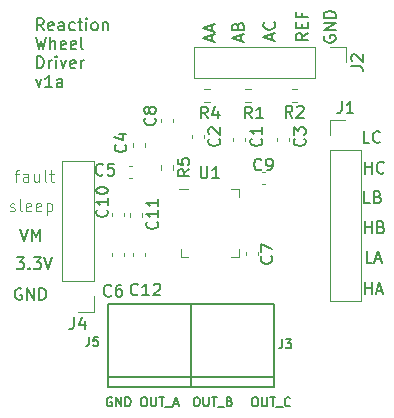
<source format=gbr>
%TF.GenerationSoftware,KiCad,Pcbnew,8.0.6-8.0.6-0~ubuntu24.04.1*%
%TF.CreationDate,2025-01-16T22:58:56-08:00*%
%TF.ProjectId,reaction_wheel,72656163-7469-46f6-9e5f-776865656c2e,v1a*%
%TF.SameCoordinates,Original*%
%TF.FileFunction,Legend,Top*%
%TF.FilePolarity,Positive*%
%FSLAX46Y46*%
G04 Gerber Fmt 4.6, Leading zero omitted, Abs format (unit mm)*
G04 Created by KiCad (PCBNEW 8.0.6-8.0.6-0~ubuntu24.04.1) date 2025-01-16 22:58:56*
%MOMM*%
%LPD*%
G01*
G04 APERTURE LIST*
%ADD10C,0.100000*%
%ADD11C,0.127000*%
%ADD12C,0.150000*%
%ADD13C,0.120000*%
%ADD14C,0.203200*%
G04 APERTURE END LIST*
D10*
X121161027Y-74205752D02*
X121541979Y-74205752D01*
X121303884Y-74872419D02*
X121303884Y-74015276D01*
X121303884Y-74015276D02*
X121351503Y-73920038D01*
X121351503Y-73920038D02*
X121446741Y-73872419D01*
X121446741Y-73872419D02*
X121541979Y-73872419D01*
X122303884Y-74872419D02*
X122303884Y-74348609D01*
X122303884Y-74348609D02*
X122256265Y-74253371D01*
X122256265Y-74253371D02*
X122161027Y-74205752D01*
X122161027Y-74205752D02*
X121970551Y-74205752D01*
X121970551Y-74205752D02*
X121875313Y-74253371D01*
X122303884Y-74824800D02*
X122208646Y-74872419D01*
X122208646Y-74872419D02*
X121970551Y-74872419D01*
X121970551Y-74872419D02*
X121875313Y-74824800D01*
X121875313Y-74824800D02*
X121827694Y-74729561D01*
X121827694Y-74729561D02*
X121827694Y-74634323D01*
X121827694Y-74634323D02*
X121875313Y-74539085D01*
X121875313Y-74539085D02*
X121970551Y-74491466D01*
X121970551Y-74491466D02*
X122208646Y-74491466D01*
X122208646Y-74491466D02*
X122303884Y-74443847D01*
X123208646Y-74205752D02*
X123208646Y-74872419D01*
X122780075Y-74205752D02*
X122780075Y-74729561D01*
X122780075Y-74729561D02*
X122827694Y-74824800D01*
X122827694Y-74824800D02*
X122922932Y-74872419D01*
X122922932Y-74872419D02*
X123065789Y-74872419D01*
X123065789Y-74872419D02*
X123161027Y-74824800D01*
X123161027Y-74824800D02*
X123208646Y-74777180D01*
X123827694Y-74872419D02*
X123732456Y-74824800D01*
X123732456Y-74824800D02*
X123684837Y-74729561D01*
X123684837Y-74729561D02*
X123684837Y-73872419D01*
X124065790Y-74205752D02*
X124446742Y-74205752D01*
X124208647Y-73872419D02*
X124208647Y-74729561D01*
X124208647Y-74729561D02*
X124256266Y-74824800D01*
X124256266Y-74824800D02*
X124351504Y-74872419D01*
X124351504Y-74872419D02*
X124446742Y-74872419D01*
X120756265Y-77324800D02*
X120851503Y-77372419D01*
X120851503Y-77372419D02*
X121041979Y-77372419D01*
X121041979Y-77372419D02*
X121137217Y-77324800D01*
X121137217Y-77324800D02*
X121184836Y-77229561D01*
X121184836Y-77229561D02*
X121184836Y-77181942D01*
X121184836Y-77181942D02*
X121137217Y-77086704D01*
X121137217Y-77086704D02*
X121041979Y-77039085D01*
X121041979Y-77039085D02*
X120899122Y-77039085D01*
X120899122Y-77039085D02*
X120803884Y-76991466D01*
X120803884Y-76991466D02*
X120756265Y-76896228D01*
X120756265Y-76896228D02*
X120756265Y-76848609D01*
X120756265Y-76848609D02*
X120803884Y-76753371D01*
X120803884Y-76753371D02*
X120899122Y-76705752D01*
X120899122Y-76705752D02*
X121041979Y-76705752D01*
X121041979Y-76705752D02*
X121137217Y-76753371D01*
X121756265Y-77372419D02*
X121661027Y-77324800D01*
X121661027Y-77324800D02*
X121613408Y-77229561D01*
X121613408Y-77229561D02*
X121613408Y-76372419D01*
X122518170Y-77324800D02*
X122422932Y-77372419D01*
X122422932Y-77372419D02*
X122232456Y-77372419D01*
X122232456Y-77372419D02*
X122137218Y-77324800D01*
X122137218Y-77324800D02*
X122089599Y-77229561D01*
X122089599Y-77229561D02*
X122089599Y-76848609D01*
X122089599Y-76848609D02*
X122137218Y-76753371D01*
X122137218Y-76753371D02*
X122232456Y-76705752D01*
X122232456Y-76705752D02*
X122422932Y-76705752D01*
X122422932Y-76705752D02*
X122518170Y-76753371D01*
X122518170Y-76753371D02*
X122565789Y-76848609D01*
X122565789Y-76848609D02*
X122565789Y-76943847D01*
X122565789Y-76943847D02*
X122089599Y-77039085D01*
X123375313Y-77324800D02*
X123280075Y-77372419D01*
X123280075Y-77372419D02*
X123089599Y-77372419D01*
X123089599Y-77372419D02*
X122994361Y-77324800D01*
X122994361Y-77324800D02*
X122946742Y-77229561D01*
X122946742Y-77229561D02*
X122946742Y-76848609D01*
X122946742Y-76848609D02*
X122994361Y-76753371D01*
X122994361Y-76753371D02*
X123089599Y-76705752D01*
X123089599Y-76705752D02*
X123280075Y-76705752D01*
X123280075Y-76705752D02*
X123375313Y-76753371D01*
X123375313Y-76753371D02*
X123422932Y-76848609D01*
X123422932Y-76848609D02*
X123422932Y-76943847D01*
X123422932Y-76943847D02*
X122946742Y-77039085D01*
X123851504Y-76705752D02*
X123851504Y-77705752D01*
X123851504Y-76753371D02*
X123946742Y-76705752D01*
X123946742Y-76705752D02*
X124137218Y-76705752D01*
X124137218Y-76705752D02*
X124232456Y-76753371D01*
X124232456Y-76753371D02*
X124280075Y-76800990D01*
X124280075Y-76800990D02*
X124327694Y-76896228D01*
X124327694Y-76896228D02*
X124327694Y-77181942D01*
X124327694Y-77181942D02*
X124280075Y-77277180D01*
X124280075Y-77277180D02*
X124232456Y-77324800D01*
X124232456Y-77324800D02*
X124137218Y-77372419D01*
X124137218Y-77372419D02*
X123946742Y-77372419D01*
X123946742Y-77372419D02*
X123851504Y-77324800D01*
D11*
X132032162Y-93113141D02*
X132177305Y-93113141D01*
X132177305Y-93113141D02*
X132249876Y-93149427D01*
X132249876Y-93149427D02*
X132322448Y-93221998D01*
X132322448Y-93221998D02*
X132358733Y-93367141D01*
X132358733Y-93367141D02*
X132358733Y-93621141D01*
X132358733Y-93621141D02*
X132322448Y-93766284D01*
X132322448Y-93766284D02*
X132249876Y-93838856D01*
X132249876Y-93838856D02*
X132177305Y-93875141D01*
X132177305Y-93875141D02*
X132032162Y-93875141D01*
X132032162Y-93875141D02*
X131959591Y-93838856D01*
X131959591Y-93838856D02*
X131887019Y-93766284D01*
X131887019Y-93766284D02*
X131850733Y-93621141D01*
X131850733Y-93621141D02*
X131850733Y-93367141D01*
X131850733Y-93367141D02*
X131887019Y-93221998D01*
X131887019Y-93221998D02*
X131959591Y-93149427D01*
X131959591Y-93149427D02*
X132032162Y-93113141D01*
X132685305Y-93113141D02*
X132685305Y-93729998D01*
X132685305Y-93729998D02*
X132721591Y-93802570D01*
X132721591Y-93802570D02*
X132757877Y-93838856D01*
X132757877Y-93838856D02*
X132830448Y-93875141D01*
X132830448Y-93875141D02*
X132975591Y-93875141D01*
X132975591Y-93875141D02*
X133048162Y-93838856D01*
X133048162Y-93838856D02*
X133084448Y-93802570D01*
X133084448Y-93802570D02*
X133120734Y-93729998D01*
X133120734Y-93729998D02*
X133120734Y-93113141D01*
X133374734Y-93113141D02*
X133810163Y-93113141D01*
X133592448Y-93875141D02*
X133592448Y-93113141D01*
X133882734Y-93947713D02*
X134463305Y-93947713D01*
X134608447Y-93657427D02*
X134971305Y-93657427D01*
X134535876Y-93875141D02*
X134789876Y-93113141D01*
X134789876Y-93113141D02*
X135043876Y-93875141D01*
D12*
X123608207Y-62039987D02*
X123274874Y-61563796D01*
X123036779Y-62039987D02*
X123036779Y-61039987D01*
X123036779Y-61039987D02*
X123417731Y-61039987D01*
X123417731Y-61039987D02*
X123512969Y-61087606D01*
X123512969Y-61087606D02*
X123560588Y-61135225D01*
X123560588Y-61135225D02*
X123608207Y-61230463D01*
X123608207Y-61230463D02*
X123608207Y-61373320D01*
X123608207Y-61373320D02*
X123560588Y-61468558D01*
X123560588Y-61468558D02*
X123512969Y-61516177D01*
X123512969Y-61516177D02*
X123417731Y-61563796D01*
X123417731Y-61563796D02*
X123036779Y-61563796D01*
X124417731Y-61992368D02*
X124322493Y-62039987D01*
X124322493Y-62039987D02*
X124132017Y-62039987D01*
X124132017Y-62039987D02*
X124036779Y-61992368D01*
X124036779Y-61992368D02*
X123989160Y-61897129D01*
X123989160Y-61897129D02*
X123989160Y-61516177D01*
X123989160Y-61516177D02*
X124036779Y-61420939D01*
X124036779Y-61420939D02*
X124132017Y-61373320D01*
X124132017Y-61373320D02*
X124322493Y-61373320D01*
X124322493Y-61373320D02*
X124417731Y-61420939D01*
X124417731Y-61420939D02*
X124465350Y-61516177D01*
X124465350Y-61516177D02*
X124465350Y-61611415D01*
X124465350Y-61611415D02*
X123989160Y-61706653D01*
X125322493Y-62039987D02*
X125322493Y-61516177D01*
X125322493Y-61516177D02*
X125274874Y-61420939D01*
X125274874Y-61420939D02*
X125179636Y-61373320D01*
X125179636Y-61373320D02*
X124989160Y-61373320D01*
X124989160Y-61373320D02*
X124893922Y-61420939D01*
X125322493Y-61992368D02*
X125227255Y-62039987D01*
X125227255Y-62039987D02*
X124989160Y-62039987D01*
X124989160Y-62039987D02*
X124893922Y-61992368D01*
X124893922Y-61992368D02*
X124846303Y-61897129D01*
X124846303Y-61897129D02*
X124846303Y-61801891D01*
X124846303Y-61801891D02*
X124893922Y-61706653D01*
X124893922Y-61706653D02*
X124989160Y-61659034D01*
X124989160Y-61659034D02*
X125227255Y-61659034D01*
X125227255Y-61659034D02*
X125322493Y-61611415D01*
X126227255Y-61992368D02*
X126132017Y-62039987D01*
X126132017Y-62039987D02*
X125941541Y-62039987D01*
X125941541Y-62039987D02*
X125846303Y-61992368D01*
X125846303Y-61992368D02*
X125798684Y-61944748D01*
X125798684Y-61944748D02*
X125751065Y-61849510D01*
X125751065Y-61849510D02*
X125751065Y-61563796D01*
X125751065Y-61563796D02*
X125798684Y-61468558D01*
X125798684Y-61468558D02*
X125846303Y-61420939D01*
X125846303Y-61420939D02*
X125941541Y-61373320D01*
X125941541Y-61373320D02*
X126132017Y-61373320D01*
X126132017Y-61373320D02*
X126227255Y-61420939D01*
X126512970Y-61373320D02*
X126893922Y-61373320D01*
X126655827Y-61039987D02*
X126655827Y-61897129D01*
X126655827Y-61897129D02*
X126703446Y-61992368D01*
X126703446Y-61992368D02*
X126798684Y-62039987D01*
X126798684Y-62039987D02*
X126893922Y-62039987D01*
X127227256Y-62039987D02*
X127227256Y-61373320D01*
X127227256Y-61039987D02*
X127179637Y-61087606D01*
X127179637Y-61087606D02*
X127227256Y-61135225D01*
X127227256Y-61135225D02*
X127274875Y-61087606D01*
X127274875Y-61087606D02*
X127227256Y-61039987D01*
X127227256Y-61039987D02*
X127227256Y-61135225D01*
X127846303Y-62039987D02*
X127751065Y-61992368D01*
X127751065Y-61992368D02*
X127703446Y-61944748D01*
X127703446Y-61944748D02*
X127655827Y-61849510D01*
X127655827Y-61849510D02*
X127655827Y-61563796D01*
X127655827Y-61563796D02*
X127703446Y-61468558D01*
X127703446Y-61468558D02*
X127751065Y-61420939D01*
X127751065Y-61420939D02*
X127846303Y-61373320D01*
X127846303Y-61373320D02*
X127989160Y-61373320D01*
X127989160Y-61373320D02*
X128084398Y-61420939D01*
X128084398Y-61420939D02*
X128132017Y-61468558D01*
X128132017Y-61468558D02*
X128179636Y-61563796D01*
X128179636Y-61563796D02*
X128179636Y-61849510D01*
X128179636Y-61849510D02*
X128132017Y-61944748D01*
X128132017Y-61944748D02*
X128084398Y-61992368D01*
X128084398Y-61992368D02*
X127989160Y-62039987D01*
X127989160Y-62039987D02*
X127846303Y-62039987D01*
X128608208Y-61373320D02*
X128608208Y-62039987D01*
X128608208Y-61468558D02*
X128655827Y-61420939D01*
X128655827Y-61420939D02*
X128751065Y-61373320D01*
X128751065Y-61373320D02*
X128893922Y-61373320D01*
X128893922Y-61373320D02*
X128989160Y-61420939D01*
X128989160Y-61420939D02*
X129036779Y-61516177D01*
X129036779Y-61516177D02*
X129036779Y-62039987D01*
X122941541Y-62649931D02*
X123179636Y-63649931D01*
X123179636Y-63649931D02*
X123370112Y-62935645D01*
X123370112Y-62935645D02*
X123560588Y-63649931D01*
X123560588Y-63649931D02*
X123798684Y-62649931D01*
X124179636Y-63649931D02*
X124179636Y-62649931D01*
X124608207Y-63649931D02*
X124608207Y-63126121D01*
X124608207Y-63126121D02*
X124560588Y-63030883D01*
X124560588Y-63030883D02*
X124465350Y-62983264D01*
X124465350Y-62983264D02*
X124322493Y-62983264D01*
X124322493Y-62983264D02*
X124227255Y-63030883D01*
X124227255Y-63030883D02*
X124179636Y-63078502D01*
X125465350Y-63602312D02*
X125370112Y-63649931D01*
X125370112Y-63649931D02*
X125179636Y-63649931D01*
X125179636Y-63649931D02*
X125084398Y-63602312D01*
X125084398Y-63602312D02*
X125036779Y-63507073D01*
X125036779Y-63507073D02*
X125036779Y-63126121D01*
X125036779Y-63126121D02*
X125084398Y-63030883D01*
X125084398Y-63030883D02*
X125179636Y-62983264D01*
X125179636Y-62983264D02*
X125370112Y-62983264D01*
X125370112Y-62983264D02*
X125465350Y-63030883D01*
X125465350Y-63030883D02*
X125512969Y-63126121D01*
X125512969Y-63126121D02*
X125512969Y-63221359D01*
X125512969Y-63221359D02*
X125036779Y-63316597D01*
X126322493Y-63602312D02*
X126227255Y-63649931D01*
X126227255Y-63649931D02*
X126036779Y-63649931D01*
X126036779Y-63649931D02*
X125941541Y-63602312D01*
X125941541Y-63602312D02*
X125893922Y-63507073D01*
X125893922Y-63507073D02*
X125893922Y-63126121D01*
X125893922Y-63126121D02*
X125941541Y-63030883D01*
X125941541Y-63030883D02*
X126036779Y-62983264D01*
X126036779Y-62983264D02*
X126227255Y-62983264D01*
X126227255Y-62983264D02*
X126322493Y-63030883D01*
X126322493Y-63030883D02*
X126370112Y-63126121D01*
X126370112Y-63126121D02*
X126370112Y-63221359D01*
X126370112Y-63221359D02*
X125893922Y-63316597D01*
X126941541Y-63649931D02*
X126846303Y-63602312D01*
X126846303Y-63602312D02*
X126798684Y-63507073D01*
X126798684Y-63507073D02*
X126798684Y-62649931D01*
X123036779Y-65259875D02*
X123036779Y-64259875D01*
X123036779Y-64259875D02*
X123274874Y-64259875D01*
X123274874Y-64259875D02*
X123417731Y-64307494D01*
X123417731Y-64307494D02*
X123512969Y-64402732D01*
X123512969Y-64402732D02*
X123560588Y-64497970D01*
X123560588Y-64497970D02*
X123608207Y-64688446D01*
X123608207Y-64688446D02*
X123608207Y-64831303D01*
X123608207Y-64831303D02*
X123560588Y-65021779D01*
X123560588Y-65021779D02*
X123512969Y-65117017D01*
X123512969Y-65117017D02*
X123417731Y-65212256D01*
X123417731Y-65212256D02*
X123274874Y-65259875D01*
X123274874Y-65259875D02*
X123036779Y-65259875D01*
X124036779Y-65259875D02*
X124036779Y-64593208D01*
X124036779Y-64783684D02*
X124084398Y-64688446D01*
X124084398Y-64688446D02*
X124132017Y-64640827D01*
X124132017Y-64640827D02*
X124227255Y-64593208D01*
X124227255Y-64593208D02*
X124322493Y-64593208D01*
X124655827Y-65259875D02*
X124655827Y-64593208D01*
X124655827Y-64259875D02*
X124608208Y-64307494D01*
X124608208Y-64307494D02*
X124655827Y-64355113D01*
X124655827Y-64355113D02*
X124703446Y-64307494D01*
X124703446Y-64307494D02*
X124655827Y-64259875D01*
X124655827Y-64259875D02*
X124655827Y-64355113D01*
X125036779Y-64593208D02*
X125274874Y-65259875D01*
X125274874Y-65259875D02*
X125512969Y-64593208D01*
X126274874Y-65212256D02*
X126179636Y-65259875D01*
X126179636Y-65259875D02*
X125989160Y-65259875D01*
X125989160Y-65259875D02*
X125893922Y-65212256D01*
X125893922Y-65212256D02*
X125846303Y-65117017D01*
X125846303Y-65117017D02*
X125846303Y-64736065D01*
X125846303Y-64736065D02*
X125893922Y-64640827D01*
X125893922Y-64640827D02*
X125989160Y-64593208D01*
X125989160Y-64593208D02*
X126179636Y-64593208D01*
X126179636Y-64593208D02*
X126274874Y-64640827D01*
X126274874Y-64640827D02*
X126322493Y-64736065D01*
X126322493Y-64736065D02*
X126322493Y-64831303D01*
X126322493Y-64831303D02*
X125846303Y-64926541D01*
X126751065Y-65259875D02*
X126751065Y-64593208D01*
X126751065Y-64783684D02*
X126798684Y-64688446D01*
X126798684Y-64688446D02*
X126846303Y-64640827D01*
X126846303Y-64640827D02*
X126941541Y-64593208D01*
X126941541Y-64593208D02*
X127036779Y-64593208D01*
X122941541Y-66203152D02*
X123179636Y-66869819D01*
X123179636Y-66869819D02*
X123417731Y-66203152D01*
X124322493Y-66869819D02*
X123751065Y-66869819D01*
X124036779Y-66869819D02*
X124036779Y-65869819D01*
X124036779Y-65869819D02*
X123941541Y-66012676D01*
X123941541Y-66012676D02*
X123846303Y-66107914D01*
X123846303Y-66107914D02*
X123751065Y-66155533D01*
X125179636Y-66869819D02*
X125179636Y-66346009D01*
X125179636Y-66346009D02*
X125132017Y-66250771D01*
X125132017Y-66250771D02*
X125036779Y-66203152D01*
X125036779Y-66203152D02*
X124846303Y-66203152D01*
X124846303Y-66203152D02*
X124751065Y-66250771D01*
X125179636Y-66822200D02*
X125084398Y-66869819D01*
X125084398Y-66869819D02*
X124846303Y-66869819D01*
X124846303Y-66869819D02*
X124751065Y-66822200D01*
X124751065Y-66822200D02*
X124703446Y-66726961D01*
X124703446Y-66726961D02*
X124703446Y-66631723D01*
X124703446Y-66631723D02*
X124751065Y-66536485D01*
X124751065Y-66536485D02*
X124846303Y-66488866D01*
X124846303Y-66488866D02*
X125084398Y-66488866D01*
X125084398Y-66488866D02*
X125179636Y-66441247D01*
D11*
X121321210Y-81271015D02*
X121940257Y-81271015D01*
X121940257Y-81271015D02*
X121606924Y-81651967D01*
X121606924Y-81651967D02*
X121749781Y-81651967D01*
X121749781Y-81651967D02*
X121845019Y-81699586D01*
X121845019Y-81699586D02*
X121892638Y-81747205D01*
X121892638Y-81747205D02*
X121940257Y-81842443D01*
X121940257Y-81842443D02*
X121940257Y-82080538D01*
X121940257Y-82080538D02*
X121892638Y-82175776D01*
X121892638Y-82175776D02*
X121845019Y-82223396D01*
X121845019Y-82223396D02*
X121749781Y-82271015D01*
X121749781Y-82271015D02*
X121464067Y-82271015D01*
X121464067Y-82271015D02*
X121368829Y-82223396D01*
X121368829Y-82223396D02*
X121321210Y-82175776D01*
X122368829Y-82175776D02*
X122416448Y-82223396D01*
X122416448Y-82223396D02*
X122368829Y-82271015D01*
X122368829Y-82271015D02*
X122321210Y-82223396D01*
X122321210Y-82223396D02*
X122368829Y-82175776D01*
X122368829Y-82175776D02*
X122368829Y-82271015D01*
X122749781Y-81271015D02*
X123368828Y-81271015D01*
X123368828Y-81271015D02*
X123035495Y-81651967D01*
X123035495Y-81651967D02*
X123178352Y-81651967D01*
X123178352Y-81651967D02*
X123273590Y-81699586D01*
X123273590Y-81699586D02*
X123321209Y-81747205D01*
X123321209Y-81747205D02*
X123368828Y-81842443D01*
X123368828Y-81842443D02*
X123368828Y-82080538D01*
X123368828Y-82080538D02*
X123321209Y-82175776D01*
X123321209Y-82175776D02*
X123273590Y-82223396D01*
X123273590Y-82223396D02*
X123178352Y-82271015D01*
X123178352Y-82271015D02*
X122892638Y-82271015D01*
X122892638Y-82271015D02*
X122797400Y-82223396D01*
X122797400Y-82223396D02*
X122749781Y-82175776D01*
X123654543Y-81271015D02*
X123987876Y-82271015D01*
X123987876Y-82271015D02*
X124321209Y-81271015D01*
D12*
X145967319Y-62283928D02*
X145491128Y-62617261D01*
X145967319Y-62855356D02*
X144967319Y-62855356D01*
X144967319Y-62855356D02*
X144967319Y-62474404D01*
X144967319Y-62474404D02*
X145014938Y-62379166D01*
X145014938Y-62379166D02*
X145062557Y-62331547D01*
X145062557Y-62331547D02*
X145157795Y-62283928D01*
X145157795Y-62283928D02*
X145300652Y-62283928D01*
X145300652Y-62283928D02*
X145395890Y-62331547D01*
X145395890Y-62331547D02*
X145443509Y-62379166D01*
X145443509Y-62379166D02*
X145491128Y-62474404D01*
X145491128Y-62474404D02*
X145491128Y-62855356D01*
X145443509Y-61855356D02*
X145443509Y-61522023D01*
X145967319Y-61379166D02*
X145967319Y-61855356D01*
X145967319Y-61855356D02*
X144967319Y-61855356D01*
X144967319Y-61855356D02*
X144967319Y-61379166D01*
X145443509Y-60617261D02*
X145443509Y-60950594D01*
X145967319Y-60950594D02*
X144967319Y-60950594D01*
X144967319Y-60950594D02*
X144967319Y-60474404D01*
D11*
X129374733Y-93149427D02*
X129302162Y-93113141D01*
X129302162Y-93113141D02*
X129193304Y-93113141D01*
X129193304Y-93113141D02*
X129084447Y-93149427D01*
X129084447Y-93149427D02*
X129011876Y-93221998D01*
X129011876Y-93221998D02*
X128975590Y-93294570D01*
X128975590Y-93294570D02*
X128939304Y-93439713D01*
X128939304Y-93439713D02*
X128939304Y-93548570D01*
X128939304Y-93548570D02*
X128975590Y-93693713D01*
X128975590Y-93693713D02*
X129011876Y-93766284D01*
X129011876Y-93766284D02*
X129084447Y-93838856D01*
X129084447Y-93838856D02*
X129193304Y-93875141D01*
X129193304Y-93875141D02*
X129265876Y-93875141D01*
X129265876Y-93875141D02*
X129374733Y-93838856D01*
X129374733Y-93838856D02*
X129411019Y-93802570D01*
X129411019Y-93802570D02*
X129411019Y-93548570D01*
X129411019Y-93548570D02*
X129265876Y-93548570D01*
X129737590Y-93875141D02*
X129737590Y-93113141D01*
X129737590Y-93113141D02*
X130173019Y-93875141D01*
X130173019Y-93875141D02*
X130173019Y-93113141D01*
X130535876Y-93875141D02*
X130535876Y-93113141D01*
X130535876Y-93113141D02*
X130717305Y-93113141D01*
X130717305Y-93113141D02*
X130826162Y-93149427D01*
X130826162Y-93149427D02*
X130898733Y-93221998D01*
X130898733Y-93221998D02*
X130935019Y-93294570D01*
X130935019Y-93294570D02*
X130971305Y-93439713D01*
X130971305Y-93439713D02*
X130971305Y-93548570D01*
X130971305Y-93548570D02*
X130935019Y-93693713D01*
X130935019Y-93693713D02*
X130898733Y-93766284D01*
X130898733Y-93766284D02*
X130826162Y-93838856D01*
X130826162Y-93838856D02*
X130717305Y-93875141D01*
X130717305Y-93875141D02*
X130535876Y-93875141D01*
X121730733Y-83918634D02*
X121635495Y-83871015D01*
X121635495Y-83871015D02*
X121492638Y-83871015D01*
X121492638Y-83871015D02*
X121349781Y-83918634D01*
X121349781Y-83918634D02*
X121254543Y-84013872D01*
X121254543Y-84013872D02*
X121206924Y-84109110D01*
X121206924Y-84109110D02*
X121159305Y-84299586D01*
X121159305Y-84299586D02*
X121159305Y-84442443D01*
X121159305Y-84442443D02*
X121206924Y-84632919D01*
X121206924Y-84632919D02*
X121254543Y-84728157D01*
X121254543Y-84728157D02*
X121349781Y-84823396D01*
X121349781Y-84823396D02*
X121492638Y-84871015D01*
X121492638Y-84871015D02*
X121587876Y-84871015D01*
X121587876Y-84871015D02*
X121730733Y-84823396D01*
X121730733Y-84823396D02*
X121778352Y-84775776D01*
X121778352Y-84775776D02*
X121778352Y-84442443D01*
X121778352Y-84442443D02*
X121587876Y-84442443D01*
X122206924Y-84871015D02*
X122206924Y-83871015D01*
X122206924Y-83871015D02*
X122778352Y-84871015D01*
X122778352Y-84871015D02*
X122778352Y-83871015D01*
X123254543Y-84871015D02*
X123254543Y-83871015D01*
X123254543Y-83871015D02*
X123492638Y-83871015D01*
X123492638Y-83871015D02*
X123635495Y-83918634D01*
X123635495Y-83918634D02*
X123730733Y-84013872D01*
X123730733Y-84013872D02*
X123778352Y-84109110D01*
X123778352Y-84109110D02*
X123825971Y-84299586D01*
X123825971Y-84299586D02*
X123825971Y-84442443D01*
X123825971Y-84442443D02*
X123778352Y-84632919D01*
X123778352Y-84632919D02*
X123730733Y-84728157D01*
X123730733Y-84728157D02*
X123635495Y-84823396D01*
X123635495Y-84823396D02*
X123492638Y-84871015D01*
X123492638Y-84871015D02*
X123254543Y-84871015D01*
D12*
X150799279Y-79232319D02*
X150799279Y-78232319D01*
X150799279Y-78708509D02*
X151370707Y-78708509D01*
X151370707Y-79232319D02*
X151370707Y-78232319D01*
X152180231Y-78708509D02*
X152323088Y-78756128D01*
X152323088Y-78756128D02*
X152370707Y-78803747D01*
X152370707Y-78803747D02*
X152418326Y-78898985D01*
X152418326Y-78898985D02*
X152418326Y-79041842D01*
X152418326Y-79041842D02*
X152370707Y-79137080D01*
X152370707Y-79137080D02*
X152323088Y-79184700D01*
X152323088Y-79184700D02*
X152227850Y-79232319D01*
X152227850Y-79232319D02*
X151846898Y-79232319D01*
X151846898Y-79232319D02*
X151846898Y-78232319D01*
X151846898Y-78232319D02*
X152180231Y-78232319D01*
X152180231Y-78232319D02*
X152275469Y-78279938D01*
X152275469Y-78279938D02*
X152323088Y-78327557D01*
X152323088Y-78327557D02*
X152370707Y-78422795D01*
X152370707Y-78422795D02*
X152370707Y-78518033D01*
X152370707Y-78518033D02*
X152323088Y-78613271D01*
X152323088Y-78613271D02*
X152275469Y-78660890D01*
X152275469Y-78660890D02*
X152180231Y-78708509D01*
X152180231Y-78708509D02*
X151846898Y-78708509D01*
X142931604Y-62850594D02*
X142931604Y-62374404D01*
X143217319Y-62945832D02*
X142217319Y-62612499D01*
X142217319Y-62612499D02*
X143217319Y-62279166D01*
X143122080Y-61374404D02*
X143169700Y-61422023D01*
X143169700Y-61422023D02*
X143217319Y-61564880D01*
X143217319Y-61564880D02*
X143217319Y-61660118D01*
X143217319Y-61660118D02*
X143169700Y-61802975D01*
X143169700Y-61802975D02*
X143074461Y-61898213D01*
X143074461Y-61898213D02*
X142979223Y-61945832D01*
X142979223Y-61945832D02*
X142788747Y-61993451D01*
X142788747Y-61993451D02*
X142645890Y-61993451D01*
X142645890Y-61993451D02*
X142455414Y-61945832D01*
X142455414Y-61945832D02*
X142360176Y-61898213D01*
X142360176Y-61898213D02*
X142264938Y-61802975D01*
X142264938Y-61802975D02*
X142217319Y-61660118D01*
X142217319Y-61660118D02*
X142217319Y-61564880D01*
X142217319Y-61564880D02*
X142264938Y-61422023D01*
X142264938Y-61422023D02*
X142312557Y-61374404D01*
X147364938Y-62524404D02*
X147317319Y-62619642D01*
X147317319Y-62619642D02*
X147317319Y-62762499D01*
X147317319Y-62762499D02*
X147364938Y-62905356D01*
X147364938Y-62905356D02*
X147460176Y-63000594D01*
X147460176Y-63000594D02*
X147555414Y-63048213D01*
X147555414Y-63048213D02*
X147745890Y-63095832D01*
X147745890Y-63095832D02*
X147888747Y-63095832D01*
X147888747Y-63095832D02*
X148079223Y-63048213D01*
X148079223Y-63048213D02*
X148174461Y-63000594D01*
X148174461Y-63000594D02*
X148269700Y-62905356D01*
X148269700Y-62905356D02*
X148317319Y-62762499D01*
X148317319Y-62762499D02*
X148317319Y-62667261D01*
X148317319Y-62667261D02*
X148269700Y-62524404D01*
X148269700Y-62524404D02*
X148222080Y-62476785D01*
X148222080Y-62476785D02*
X147888747Y-62476785D01*
X147888747Y-62476785D02*
X147888747Y-62667261D01*
X148317319Y-62048213D02*
X147317319Y-62048213D01*
X147317319Y-62048213D02*
X148317319Y-61476785D01*
X148317319Y-61476785D02*
X147317319Y-61476785D01*
X148317319Y-61000594D02*
X147317319Y-61000594D01*
X147317319Y-61000594D02*
X147317319Y-60762499D01*
X147317319Y-60762499D02*
X147364938Y-60619642D01*
X147364938Y-60619642D02*
X147460176Y-60524404D01*
X147460176Y-60524404D02*
X147555414Y-60476785D01*
X147555414Y-60476785D02*
X147745890Y-60429166D01*
X147745890Y-60429166D02*
X147888747Y-60429166D01*
X147888747Y-60429166D02*
X148079223Y-60476785D01*
X148079223Y-60476785D02*
X148174461Y-60524404D01*
X148174461Y-60524404D02*
X148269700Y-60619642D01*
X148269700Y-60619642D02*
X148317319Y-60762499D01*
X148317319Y-60762499D02*
X148317319Y-61000594D01*
D11*
X141423305Y-93138141D02*
X141568448Y-93138141D01*
X141568448Y-93138141D02*
X141641019Y-93174427D01*
X141641019Y-93174427D02*
X141713591Y-93246998D01*
X141713591Y-93246998D02*
X141749876Y-93392141D01*
X141749876Y-93392141D02*
X141749876Y-93646141D01*
X141749876Y-93646141D02*
X141713591Y-93791284D01*
X141713591Y-93791284D02*
X141641019Y-93863856D01*
X141641019Y-93863856D02*
X141568448Y-93900141D01*
X141568448Y-93900141D02*
X141423305Y-93900141D01*
X141423305Y-93900141D02*
X141350734Y-93863856D01*
X141350734Y-93863856D02*
X141278162Y-93791284D01*
X141278162Y-93791284D02*
X141241876Y-93646141D01*
X141241876Y-93646141D02*
X141241876Y-93392141D01*
X141241876Y-93392141D02*
X141278162Y-93246998D01*
X141278162Y-93246998D02*
X141350734Y-93174427D01*
X141350734Y-93174427D02*
X141423305Y-93138141D01*
X142076448Y-93138141D02*
X142076448Y-93754998D01*
X142076448Y-93754998D02*
X142112734Y-93827570D01*
X142112734Y-93827570D02*
X142149020Y-93863856D01*
X142149020Y-93863856D02*
X142221591Y-93900141D01*
X142221591Y-93900141D02*
X142366734Y-93900141D01*
X142366734Y-93900141D02*
X142439305Y-93863856D01*
X142439305Y-93863856D02*
X142475591Y-93827570D01*
X142475591Y-93827570D02*
X142511877Y-93754998D01*
X142511877Y-93754998D02*
X142511877Y-93138141D01*
X142765877Y-93138141D02*
X143201306Y-93138141D01*
X142983591Y-93900141D02*
X142983591Y-93138141D01*
X143273877Y-93972713D02*
X143854448Y-93972713D01*
X144471305Y-93827570D02*
X144435019Y-93863856D01*
X144435019Y-93863856D02*
X144326162Y-93900141D01*
X144326162Y-93900141D02*
X144253590Y-93900141D01*
X144253590Y-93900141D02*
X144144733Y-93863856D01*
X144144733Y-93863856D02*
X144072162Y-93791284D01*
X144072162Y-93791284D02*
X144035876Y-93718713D01*
X144035876Y-93718713D02*
X143999590Y-93573570D01*
X143999590Y-93573570D02*
X143999590Y-93464713D01*
X143999590Y-93464713D02*
X144035876Y-93319570D01*
X144035876Y-93319570D02*
X144072162Y-93246998D01*
X144072162Y-93246998D02*
X144144733Y-93174427D01*
X144144733Y-93174427D02*
X144253590Y-93138141D01*
X144253590Y-93138141D02*
X144326162Y-93138141D01*
X144326162Y-93138141D02*
X144435019Y-93174427D01*
X144435019Y-93174427D02*
X144471305Y-93210713D01*
D12*
X150799279Y-74182319D02*
X150799279Y-73182319D01*
X150799279Y-73658509D02*
X151370707Y-73658509D01*
X151370707Y-74182319D02*
X151370707Y-73182319D01*
X152418326Y-74087080D02*
X152370707Y-74134700D01*
X152370707Y-74134700D02*
X152227850Y-74182319D01*
X152227850Y-74182319D02*
X152132612Y-74182319D01*
X152132612Y-74182319D02*
X151989755Y-74134700D01*
X151989755Y-74134700D02*
X151894517Y-74039461D01*
X151894517Y-74039461D02*
X151846898Y-73944223D01*
X151846898Y-73944223D02*
X151799279Y-73753747D01*
X151799279Y-73753747D02*
X151799279Y-73610890D01*
X151799279Y-73610890D02*
X151846898Y-73420414D01*
X151846898Y-73420414D02*
X151894517Y-73325176D01*
X151894517Y-73325176D02*
X151989755Y-73229938D01*
X151989755Y-73229938D02*
X152132612Y-73182319D01*
X152132612Y-73182319D02*
X152227850Y-73182319D01*
X152227850Y-73182319D02*
X152370707Y-73229938D01*
X152370707Y-73229938D02*
X152418326Y-73277557D01*
X140281604Y-62950594D02*
X140281604Y-62474404D01*
X140567319Y-63045832D02*
X139567319Y-62712499D01*
X139567319Y-62712499D02*
X140567319Y-62379166D01*
X140043509Y-61712499D02*
X140091128Y-61569642D01*
X140091128Y-61569642D02*
X140138747Y-61522023D01*
X140138747Y-61522023D02*
X140233985Y-61474404D01*
X140233985Y-61474404D02*
X140376842Y-61474404D01*
X140376842Y-61474404D02*
X140472080Y-61522023D01*
X140472080Y-61522023D02*
X140519700Y-61569642D01*
X140519700Y-61569642D02*
X140567319Y-61664880D01*
X140567319Y-61664880D02*
X140567319Y-62045832D01*
X140567319Y-62045832D02*
X139567319Y-62045832D01*
X139567319Y-62045832D02*
X139567319Y-61712499D01*
X139567319Y-61712499D02*
X139614938Y-61617261D01*
X139614938Y-61617261D02*
X139662557Y-61569642D01*
X139662557Y-61569642D02*
X139757795Y-61522023D01*
X139757795Y-61522023D02*
X139853033Y-61522023D01*
X139853033Y-61522023D02*
X139948271Y-61569642D01*
X139948271Y-61569642D02*
X139995890Y-61617261D01*
X139995890Y-61617261D02*
X140043509Y-61712499D01*
X140043509Y-61712499D02*
X140043509Y-62045832D01*
X151425469Y-81732319D02*
X150949279Y-81732319D01*
X150949279Y-81732319D02*
X150949279Y-80732319D01*
X151711184Y-81446604D02*
X152187374Y-81446604D01*
X151615946Y-81732319D02*
X151949279Y-80732319D01*
X151949279Y-80732319D02*
X152282612Y-81732319D01*
D11*
X121611686Y-78871015D02*
X121945019Y-79871015D01*
X121945019Y-79871015D02*
X122278352Y-78871015D01*
X122611686Y-79871015D02*
X122611686Y-78871015D01*
X122611686Y-78871015D02*
X122945019Y-79585300D01*
X122945019Y-79585300D02*
X123278352Y-78871015D01*
X123278352Y-78871015D02*
X123278352Y-79871015D01*
D12*
X150799279Y-84382319D02*
X150799279Y-83382319D01*
X150799279Y-83858509D02*
X151370707Y-83858509D01*
X151370707Y-84382319D02*
X151370707Y-83382319D01*
X151799279Y-84096604D02*
X152275469Y-84096604D01*
X151704041Y-84382319D02*
X152037374Y-83382319D01*
X152037374Y-83382319D02*
X152370707Y-84382319D01*
X151225469Y-76682319D02*
X150749279Y-76682319D01*
X150749279Y-76682319D02*
X150749279Y-75682319D01*
X151892136Y-76158509D02*
X152034993Y-76206128D01*
X152034993Y-76206128D02*
X152082612Y-76253747D01*
X152082612Y-76253747D02*
X152130231Y-76348985D01*
X152130231Y-76348985D02*
X152130231Y-76491842D01*
X152130231Y-76491842D02*
X152082612Y-76587080D01*
X152082612Y-76587080D02*
X152034993Y-76634700D01*
X152034993Y-76634700D02*
X151939755Y-76682319D01*
X151939755Y-76682319D02*
X151558803Y-76682319D01*
X151558803Y-76682319D02*
X151558803Y-75682319D01*
X151558803Y-75682319D02*
X151892136Y-75682319D01*
X151892136Y-75682319D02*
X151987374Y-75729938D01*
X151987374Y-75729938D02*
X152034993Y-75777557D01*
X152034993Y-75777557D02*
X152082612Y-75872795D01*
X152082612Y-75872795D02*
X152082612Y-75968033D01*
X152082612Y-75968033D02*
X152034993Y-76063271D01*
X152034993Y-76063271D02*
X151987374Y-76110890D01*
X151987374Y-76110890D02*
X151892136Y-76158509D01*
X151892136Y-76158509D02*
X151558803Y-76158509D01*
X137831604Y-62929166D02*
X137831604Y-62452976D01*
X138117319Y-63024404D02*
X137117319Y-62691071D01*
X137117319Y-62691071D02*
X138117319Y-62357738D01*
X137831604Y-62072023D02*
X137831604Y-61595833D01*
X138117319Y-62167261D02*
X137117319Y-61833928D01*
X137117319Y-61833928D02*
X138117319Y-61500595D01*
X151175469Y-71582319D02*
X150699279Y-71582319D01*
X150699279Y-71582319D02*
X150699279Y-70582319D01*
X152080231Y-71487080D02*
X152032612Y-71534700D01*
X152032612Y-71534700D02*
X151889755Y-71582319D01*
X151889755Y-71582319D02*
X151794517Y-71582319D01*
X151794517Y-71582319D02*
X151651660Y-71534700D01*
X151651660Y-71534700D02*
X151556422Y-71439461D01*
X151556422Y-71439461D02*
X151508803Y-71344223D01*
X151508803Y-71344223D02*
X151461184Y-71153747D01*
X151461184Y-71153747D02*
X151461184Y-71010890D01*
X151461184Y-71010890D02*
X151508803Y-70820414D01*
X151508803Y-70820414D02*
X151556422Y-70725176D01*
X151556422Y-70725176D02*
X151651660Y-70629938D01*
X151651660Y-70629938D02*
X151794517Y-70582319D01*
X151794517Y-70582319D02*
X151889755Y-70582319D01*
X151889755Y-70582319D02*
X152032612Y-70629938D01*
X152032612Y-70629938D02*
X152080231Y-70677557D01*
D11*
X136485805Y-93113141D02*
X136630948Y-93113141D01*
X136630948Y-93113141D02*
X136703519Y-93149427D01*
X136703519Y-93149427D02*
X136776091Y-93221998D01*
X136776091Y-93221998D02*
X136812376Y-93367141D01*
X136812376Y-93367141D02*
X136812376Y-93621141D01*
X136812376Y-93621141D02*
X136776091Y-93766284D01*
X136776091Y-93766284D02*
X136703519Y-93838856D01*
X136703519Y-93838856D02*
X136630948Y-93875141D01*
X136630948Y-93875141D02*
X136485805Y-93875141D01*
X136485805Y-93875141D02*
X136413234Y-93838856D01*
X136413234Y-93838856D02*
X136340662Y-93766284D01*
X136340662Y-93766284D02*
X136304376Y-93621141D01*
X136304376Y-93621141D02*
X136304376Y-93367141D01*
X136304376Y-93367141D02*
X136340662Y-93221998D01*
X136340662Y-93221998D02*
X136413234Y-93149427D01*
X136413234Y-93149427D02*
X136485805Y-93113141D01*
X137138948Y-93113141D02*
X137138948Y-93729998D01*
X137138948Y-93729998D02*
X137175234Y-93802570D01*
X137175234Y-93802570D02*
X137211520Y-93838856D01*
X137211520Y-93838856D02*
X137284091Y-93875141D01*
X137284091Y-93875141D02*
X137429234Y-93875141D01*
X137429234Y-93875141D02*
X137501805Y-93838856D01*
X137501805Y-93838856D02*
X137538091Y-93802570D01*
X137538091Y-93802570D02*
X137574377Y-93729998D01*
X137574377Y-93729998D02*
X137574377Y-93113141D01*
X137828377Y-93113141D02*
X138263806Y-93113141D01*
X138046091Y-93875141D02*
X138046091Y-93113141D01*
X138336377Y-93947713D02*
X138916948Y-93947713D01*
X139352376Y-93475998D02*
X139461233Y-93512284D01*
X139461233Y-93512284D02*
X139497519Y-93548570D01*
X139497519Y-93548570D02*
X139533805Y-93621141D01*
X139533805Y-93621141D02*
X139533805Y-93729998D01*
X139533805Y-93729998D02*
X139497519Y-93802570D01*
X139497519Y-93802570D02*
X139461233Y-93838856D01*
X139461233Y-93838856D02*
X139388662Y-93875141D01*
X139388662Y-93875141D02*
X139098376Y-93875141D01*
X139098376Y-93875141D02*
X139098376Y-93113141D01*
X139098376Y-93113141D02*
X139352376Y-93113141D01*
X139352376Y-93113141D02*
X139424948Y-93149427D01*
X139424948Y-93149427D02*
X139461233Y-93185713D01*
X139461233Y-93185713D02*
X139497519Y-93258284D01*
X139497519Y-93258284D02*
X139497519Y-93330856D01*
X139497519Y-93330856D02*
X139461233Y-93403427D01*
X139461233Y-93403427D02*
X139424948Y-93439713D01*
X139424948Y-93439713D02*
X139352376Y-93475998D01*
X139352376Y-93475998D02*
X139098376Y-93475998D01*
D12*
X145687080Y-71229166D02*
X145734700Y-71276785D01*
X145734700Y-71276785D02*
X145782319Y-71419642D01*
X145782319Y-71419642D02*
X145782319Y-71514880D01*
X145782319Y-71514880D02*
X145734700Y-71657737D01*
X145734700Y-71657737D02*
X145639461Y-71752975D01*
X145639461Y-71752975D02*
X145544223Y-71800594D01*
X145544223Y-71800594D02*
X145353747Y-71848213D01*
X145353747Y-71848213D02*
X145210890Y-71848213D01*
X145210890Y-71848213D02*
X145020414Y-71800594D01*
X145020414Y-71800594D02*
X144925176Y-71752975D01*
X144925176Y-71752975D02*
X144829938Y-71657737D01*
X144829938Y-71657737D02*
X144782319Y-71514880D01*
X144782319Y-71514880D02*
X144782319Y-71419642D01*
X144782319Y-71419642D02*
X144829938Y-71276785D01*
X144829938Y-71276785D02*
X144877557Y-71229166D01*
X144782319Y-70895832D02*
X144782319Y-70276785D01*
X144782319Y-70276785D02*
X145163271Y-70610118D01*
X145163271Y-70610118D02*
X145163271Y-70467261D01*
X145163271Y-70467261D02*
X145210890Y-70372023D01*
X145210890Y-70372023D02*
X145258509Y-70324404D01*
X145258509Y-70324404D02*
X145353747Y-70276785D01*
X145353747Y-70276785D02*
X145591842Y-70276785D01*
X145591842Y-70276785D02*
X145687080Y-70324404D01*
X145687080Y-70324404D02*
X145734700Y-70372023D01*
X145734700Y-70372023D02*
X145782319Y-70467261D01*
X145782319Y-70467261D02*
X145782319Y-70752975D01*
X145782319Y-70752975D02*
X145734700Y-70848213D01*
X145734700Y-70848213D02*
X145687080Y-70895832D01*
X148829166Y-68067319D02*
X148829166Y-68781604D01*
X148829166Y-68781604D02*
X148781547Y-68924461D01*
X148781547Y-68924461D02*
X148686309Y-69019700D01*
X148686309Y-69019700D02*
X148543452Y-69067319D01*
X148543452Y-69067319D02*
X148448214Y-69067319D01*
X149829166Y-69067319D02*
X149257738Y-69067319D01*
X149543452Y-69067319D02*
X149543452Y-68067319D01*
X149543452Y-68067319D02*
X149448214Y-68210176D01*
X149448214Y-68210176D02*
X149352976Y-68305414D01*
X149352976Y-68305414D02*
X149257738Y-68353033D01*
X136900595Y-73567319D02*
X136900595Y-74376842D01*
X136900595Y-74376842D02*
X136948214Y-74472080D01*
X136948214Y-74472080D02*
X136995833Y-74519700D01*
X136995833Y-74519700D02*
X137091071Y-74567319D01*
X137091071Y-74567319D02*
X137281547Y-74567319D01*
X137281547Y-74567319D02*
X137376785Y-74519700D01*
X137376785Y-74519700D02*
X137424404Y-74472080D01*
X137424404Y-74472080D02*
X137472023Y-74376842D01*
X137472023Y-74376842D02*
X137472023Y-73567319D01*
X138472023Y-74567319D02*
X137900595Y-74567319D01*
X138186309Y-74567319D02*
X138186309Y-73567319D01*
X138186309Y-73567319D02*
X138091071Y-73710176D01*
X138091071Y-73710176D02*
X137995833Y-73805414D01*
X137995833Y-73805414D02*
X137900595Y-73853033D01*
X138452080Y-71229166D02*
X138499700Y-71276785D01*
X138499700Y-71276785D02*
X138547319Y-71419642D01*
X138547319Y-71419642D02*
X138547319Y-71514880D01*
X138547319Y-71514880D02*
X138499700Y-71657737D01*
X138499700Y-71657737D02*
X138404461Y-71752975D01*
X138404461Y-71752975D02*
X138309223Y-71800594D01*
X138309223Y-71800594D02*
X138118747Y-71848213D01*
X138118747Y-71848213D02*
X137975890Y-71848213D01*
X137975890Y-71848213D02*
X137785414Y-71800594D01*
X137785414Y-71800594D02*
X137690176Y-71752975D01*
X137690176Y-71752975D02*
X137594938Y-71657737D01*
X137594938Y-71657737D02*
X137547319Y-71514880D01*
X137547319Y-71514880D02*
X137547319Y-71419642D01*
X137547319Y-71419642D02*
X137594938Y-71276785D01*
X137594938Y-71276785D02*
X137642557Y-71229166D01*
X137642557Y-70848213D02*
X137594938Y-70800594D01*
X137594938Y-70800594D02*
X137547319Y-70705356D01*
X137547319Y-70705356D02*
X137547319Y-70467261D01*
X137547319Y-70467261D02*
X137594938Y-70372023D01*
X137594938Y-70372023D02*
X137642557Y-70324404D01*
X137642557Y-70324404D02*
X137737795Y-70276785D01*
X137737795Y-70276785D02*
X137833033Y-70276785D01*
X137833033Y-70276785D02*
X137975890Y-70324404D01*
X137975890Y-70324404D02*
X138547319Y-70895832D01*
X138547319Y-70895832D02*
X138547319Y-70276785D01*
X142045833Y-73822080D02*
X141998214Y-73869700D01*
X141998214Y-73869700D02*
X141855357Y-73917319D01*
X141855357Y-73917319D02*
X141760119Y-73917319D01*
X141760119Y-73917319D02*
X141617262Y-73869700D01*
X141617262Y-73869700D02*
X141522024Y-73774461D01*
X141522024Y-73774461D02*
X141474405Y-73679223D01*
X141474405Y-73679223D02*
X141426786Y-73488747D01*
X141426786Y-73488747D02*
X141426786Y-73345890D01*
X141426786Y-73345890D02*
X141474405Y-73155414D01*
X141474405Y-73155414D02*
X141522024Y-73060176D01*
X141522024Y-73060176D02*
X141617262Y-72964938D01*
X141617262Y-72964938D02*
X141760119Y-72917319D01*
X141760119Y-72917319D02*
X141855357Y-72917319D01*
X141855357Y-72917319D02*
X141998214Y-72964938D01*
X141998214Y-72964938D02*
X142045833Y-73012557D01*
X142522024Y-73917319D02*
X142712500Y-73917319D01*
X142712500Y-73917319D02*
X142807738Y-73869700D01*
X142807738Y-73869700D02*
X142855357Y-73822080D01*
X142855357Y-73822080D02*
X142950595Y-73679223D01*
X142950595Y-73679223D02*
X142998214Y-73488747D01*
X142998214Y-73488747D02*
X142998214Y-73107795D01*
X142998214Y-73107795D02*
X142950595Y-73012557D01*
X142950595Y-73012557D02*
X142902976Y-72964938D01*
X142902976Y-72964938D02*
X142807738Y-72917319D01*
X142807738Y-72917319D02*
X142617262Y-72917319D01*
X142617262Y-72917319D02*
X142522024Y-72964938D01*
X142522024Y-72964938D02*
X142474405Y-73012557D01*
X142474405Y-73012557D02*
X142426786Y-73107795D01*
X142426786Y-73107795D02*
X142426786Y-73345890D01*
X142426786Y-73345890D02*
X142474405Y-73441128D01*
X142474405Y-73441128D02*
X142522024Y-73488747D01*
X142522024Y-73488747D02*
X142617262Y-73536366D01*
X142617262Y-73536366D02*
X142807738Y-73536366D01*
X142807738Y-73536366D02*
X142902976Y-73488747D01*
X142902976Y-73488747D02*
X142950595Y-73441128D01*
X142950595Y-73441128D02*
X142998214Y-73345890D01*
X126166666Y-86364819D02*
X126166666Y-87079104D01*
X126166666Y-87079104D02*
X126119047Y-87221961D01*
X126119047Y-87221961D02*
X126023809Y-87317200D01*
X126023809Y-87317200D02*
X125880952Y-87364819D01*
X125880952Y-87364819D02*
X125785714Y-87364819D01*
X127071428Y-86698152D02*
X127071428Y-87364819D01*
X126833333Y-86317200D02*
X126595238Y-87031485D01*
X126595238Y-87031485D02*
X127214285Y-87031485D01*
X130522080Y-71729166D02*
X130569700Y-71776785D01*
X130569700Y-71776785D02*
X130617319Y-71919642D01*
X130617319Y-71919642D02*
X130617319Y-72014880D01*
X130617319Y-72014880D02*
X130569700Y-72157737D01*
X130569700Y-72157737D02*
X130474461Y-72252975D01*
X130474461Y-72252975D02*
X130379223Y-72300594D01*
X130379223Y-72300594D02*
X130188747Y-72348213D01*
X130188747Y-72348213D02*
X130045890Y-72348213D01*
X130045890Y-72348213D02*
X129855414Y-72300594D01*
X129855414Y-72300594D02*
X129760176Y-72252975D01*
X129760176Y-72252975D02*
X129664938Y-72157737D01*
X129664938Y-72157737D02*
X129617319Y-72014880D01*
X129617319Y-72014880D02*
X129617319Y-71919642D01*
X129617319Y-71919642D02*
X129664938Y-71776785D01*
X129664938Y-71776785D02*
X129712557Y-71729166D01*
X129950652Y-70872023D02*
X130617319Y-70872023D01*
X129569700Y-71110118D02*
X130283985Y-71348213D01*
X130283985Y-71348213D02*
X130283985Y-70729166D01*
X133022080Y-69479166D02*
X133069700Y-69526785D01*
X133069700Y-69526785D02*
X133117319Y-69669642D01*
X133117319Y-69669642D02*
X133117319Y-69764880D01*
X133117319Y-69764880D02*
X133069700Y-69907737D01*
X133069700Y-69907737D02*
X132974461Y-70002975D01*
X132974461Y-70002975D02*
X132879223Y-70050594D01*
X132879223Y-70050594D02*
X132688747Y-70098213D01*
X132688747Y-70098213D02*
X132545890Y-70098213D01*
X132545890Y-70098213D02*
X132355414Y-70050594D01*
X132355414Y-70050594D02*
X132260176Y-70002975D01*
X132260176Y-70002975D02*
X132164938Y-69907737D01*
X132164938Y-69907737D02*
X132117319Y-69764880D01*
X132117319Y-69764880D02*
X132117319Y-69669642D01*
X132117319Y-69669642D02*
X132164938Y-69526785D01*
X132164938Y-69526785D02*
X132212557Y-69479166D01*
X132545890Y-68907737D02*
X132498271Y-69002975D01*
X132498271Y-69002975D02*
X132450652Y-69050594D01*
X132450652Y-69050594D02*
X132355414Y-69098213D01*
X132355414Y-69098213D02*
X132307795Y-69098213D01*
X132307795Y-69098213D02*
X132212557Y-69050594D01*
X132212557Y-69050594D02*
X132164938Y-69002975D01*
X132164938Y-69002975D02*
X132117319Y-68907737D01*
X132117319Y-68907737D02*
X132117319Y-68717261D01*
X132117319Y-68717261D02*
X132164938Y-68622023D01*
X132164938Y-68622023D02*
X132212557Y-68574404D01*
X132212557Y-68574404D02*
X132307795Y-68526785D01*
X132307795Y-68526785D02*
X132355414Y-68526785D01*
X132355414Y-68526785D02*
X132450652Y-68574404D01*
X132450652Y-68574404D02*
X132498271Y-68622023D01*
X132498271Y-68622023D02*
X132545890Y-68717261D01*
X132545890Y-68717261D02*
X132545890Y-68907737D01*
X132545890Y-68907737D02*
X132593509Y-69002975D01*
X132593509Y-69002975D02*
X132641128Y-69050594D01*
X132641128Y-69050594D02*
X132736366Y-69098213D01*
X132736366Y-69098213D02*
X132926842Y-69098213D01*
X132926842Y-69098213D02*
X133022080Y-69050594D01*
X133022080Y-69050594D02*
X133069700Y-69002975D01*
X133069700Y-69002975D02*
X133117319Y-68907737D01*
X133117319Y-68907737D02*
X133117319Y-68717261D01*
X133117319Y-68717261D02*
X133069700Y-68622023D01*
X133069700Y-68622023D02*
X133022080Y-68574404D01*
X133022080Y-68574404D02*
X132926842Y-68526785D01*
X132926842Y-68526785D02*
X132736366Y-68526785D01*
X132736366Y-68526785D02*
X132641128Y-68574404D01*
X132641128Y-68574404D02*
X132593509Y-68622023D01*
X132593509Y-68622023D02*
X132545890Y-68717261D01*
X128959580Y-77242857D02*
X129007200Y-77290476D01*
X129007200Y-77290476D02*
X129054819Y-77433333D01*
X129054819Y-77433333D02*
X129054819Y-77528571D01*
X129054819Y-77528571D02*
X129007200Y-77671428D01*
X129007200Y-77671428D02*
X128911961Y-77766666D01*
X128911961Y-77766666D02*
X128816723Y-77814285D01*
X128816723Y-77814285D02*
X128626247Y-77861904D01*
X128626247Y-77861904D02*
X128483390Y-77861904D01*
X128483390Y-77861904D02*
X128292914Y-77814285D01*
X128292914Y-77814285D02*
X128197676Y-77766666D01*
X128197676Y-77766666D02*
X128102438Y-77671428D01*
X128102438Y-77671428D02*
X128054819Y-77528571D01*
X128054819Y-77528571D02*
X128054819Y-77433333D01*
X128054819Y-77433333D02*
X128102438Y-77290476D01*
X128102438Y-77290476D02*
X128150057Y-77242857D01*
X129054819Y-76290476D02*
X129054819Y-76861904D01*
X129054819Y-76576190D02*
X128054819Y-76576190D01*
X128054819Y-76576190D02*
X128197676Y-76671428D01*
X128197676Y-76671428D02*
X128292914Y-76766666D01*
X128292914Y-76766666D02*
X128340533Y-76861904D01*
X128054819Y-75671428D02*
X128054819Y-75576190D01*
X128054819Y-75576190D02*
X128102438Y-75480952D01*
X128102438Y-75480952D02*
X128150057Y-75433333D01*
X128150057Y-75433333D02*
X128245295Y-75385714D01*
X128245295Y-75385714D02*
X128435771Y-75338095D01*
X128435771Y-75338095D02*
X128673866Y-75338095D01*
X128673866Y-75338095D02*
X128864342Y-75385714D01*
X128864342Y-75385714D02*
X128959580Y-75433333D01*
X128959580Y-75433333D02*
X129007200Y-75480952D01*
X129007200Y-75480952D02*
X129054819Y-75576190D01*
X129054819Y-75576190D02*
X129054819Y-75671428D01*
X129054819Y-75671428D02*
X129007200Y-75766666D01*
X129007200Y-75766666D02*
X128959580Y-75814285D01*
X128959580Y-75814285D02*
X128864342Y-75861904D01*
X128864342Y-75861904D02*
X128673866Y-75909523D01*
X128673866Y-75909523D02*
X128435771Y-75909523D01*
X128435771Y-75909523D02*
X128245295Y-75861904D01*
X128245295Y-75861904D02*
X128150057Y-75814285D01*
X128150057Y-75814285D02*
X128102438Y-75766666D01*
X128102438Y-75766666D02*
X128054819Y-75671428D01*
X137495833Y-69517319D02*
X137162500Y-69041128D01*
X136924405Y-69517319D02*
X136924405Y-68517319D01*
X136924405Y-68517319D02*
X137305357Y-68517319D01*
X137305357Y-68517319D02*
X137400595Y-68564938D01*
X137400595Y-68564938D02*
X137448214Y-68612557D01*
X137448214Y-68612557D02*
X137495833Y-68707795D01*
X137495833Y-68707795D02*
X137495833Y-68850652D01*
X137495833Y-68850652D02*
X137448214Y-68945890D01*
X137448214Y-68945890D02*
X137400595Y-68993509D01*
X137400595Y-68993509D02*
X137305357Y-69041128D01*
X137305357Y-69041128D02*
X136924405Y-69041128D01*
X138352976Y-68850652D02*
X138352976Y-69517319D01*
X138114881Y-68469700D02*
X137876786Y-69183985D01*
X137876786Y-69183985D02*
X138495833Y-69183985D01*
X149637319Y-65095833D02*
X150351604Y-65095833D01*
X150351604Y-65095833D02*
X150494461Y-65143452D01*
X150494461Y-65143452D02*
X150589700Y-65238690D01*
X150589700Y-65238690D02*
X150637319Y-65381547D01*
X150637319Y-65381547D02*
X150637319Y-65476785D01*
X149732557Y-64667261D02*
X149684938Y-64619642D01*
X149684938Y-64619642D02*
X149637319Y-64524404D01*
X149637319Y-64524404D02*
X149637319Y-64286309D01*
X149637319Y-64286309D02*
X149684938Y-64191071D01*
X149684938Y-64191071D02*
X149732557Y-64143452D01*
X149732557Y-64143452D02*
X149827795Y-64095833D01*
X149827795Y-64095833D02*
X149923033Y-64095833D01*
X149923033Y-64095833D02*
X150065890Y-64143452D01*
X150065890Y-64143452D02*
X150637319Y-64714880D01*
X150637319Y-64714880D02*
X150637319Y-64095833D01*
D11*
X143821805Y-88200641D02*
X143821805Y-88744927D01*
X143821805Y-88744927D02*
X143785520Y-88853784D01*
X143785520Y-88853784D02*
X143712948Y-88926356D01*
X143712948Y-88926356D02*
X143604091Y-88962641D01*
X143604091Y-88962641D02*
X143531520Y-88962641D01*
X144112091Y-88200641D02*
X144583805Y-88200641D01*
X144583805Y-88200641D02*
X144329805Y-88490927D01*
X144329805Y-88490927D02*
X144438662Y-88490927D01*
X144438662Y-88490927D02*
X144511234Y-88527213D01*
X144511234Y-88527213D02*
X144547519Y-88563498D01*
X144547519Y-88563498D02*
X144583805Y-88636070D01*
X144583805Y-88636070D02*
X144583805Y-88817498D01*
X144583805Y-88817498D02*
X144547519Y-88890070D01*
X144547519Y-88890070D02*
X144511234Y-88926356D01*
X144511234Y-88926356D02*
X144438662Y-88962641D01*
X144438662Y-88962641D02*
X144220948Y-88962641D01*
X144220948Y-88962641D02*
X144148376Y-88926356D01*
X144148376Y-88926356D02*
X144112091Y-88890070D01*
D12*
X142872080Y-81179166D02*
X142919700Y-81226785D01*
X142919700Y-81226785D02*
X142967319Y-81369642D01*
X142967319Y-81369642D02*
X142967319Y-81464880D01*
X142967319Y-81464880D02*
X142919700Y-81607737D01*
X142919700Y-81607737D02*
X142824461Y-81702975D01*
X142824461Y-81702975D02*
X142729223Y-81750594D01*
X142729223Y-81750594D02*
X142538747Y-81798213D01*
X142538747Y-81798213D02*
X142395890Y-81798213D01*
X142395890Y-81798213D02*
X142205414Y-81750594D01*
X142205414Y-81750594D02*
X142110176Y-81702975D01*
X142110176Y-81702975D02*
X142014938Y-81607737D01*
X142014938Y-81607737D02*
X141967319Y-81464880D01*
X141967319Y-81464880D02*
X141967319Y-81369642D01*
X141967319Y-81369642D02*
X142014938Y-81226785D01*
X142014938Y-81226785D02*
X142062557Y-81179166D01*
X141967319Y-80845832D02*
X141967319Y-80179166D01*
X141967319Y-80179166D02*
X142967319Y-80607737D01*
D11*
X127471805Y-88000641D02*
X127471805Y-88544927D01*
X127471805Y-88544927D02*
X127435520Y-88653784D01*
X127435520Y-88653784D02*
X127362948Y-88726356D01*
X127362948Y-88726356D02*
X127254091Y-88762641D01*
X127254091Y-88762641D02*
X127181520Y-88762641D01*
X128197519Y-88000641D02*
X127834662Y-88000641D01*
X127834662Y-88000641D02*
X127798376Y-88363498D01*
X127798376Y-88363498D02*
X127834662Y-88327213D01*
X127834662Y-88327213D02*
X127907234Y-88290927D01*
X127907234Y-88290927D02*
X128088662Y-88290927D01*
X128088662Y-88290927D02*
X128161234Y-88327213D01*
X128161234Y-88327213D02*
X128197519Y-88363498D01*
X128197519Y-88363498D02*
X128233805Y-88436070D01*
X128233805Y-88436070D02*
X128233805Y-88617498D01*
X128233805Y-88617498D02*
X128197519Y-88690070D01*
X128197519Y-88690070D02*
X128161234Y-88726356D01*
X128161234Y-88726356D02*
X128088662Y-88762641D01*
X128088662Y-88762641D02*
X127907234Y-88762641D01*
X127907234Y-88762641D02*
X127834662Y-88726356D01*
X127834662Y-88726356D02*
X127798376Y-88690070D01*
D12*
X131594642Y-84397080D02*
X131547023Y-84444700D01*
X131547023Y-84444700D02*
X131404166Y-84492319D01*
X131404166Y-84492319D02*
X131308928Y-84492319D01*
X131308928Y-84492319D02*
X131166071Y-84444700D01*
X131166071Y-84444700D02*
X131070833Y-84349461D01*
X131070833Y-84349461D02*
X131023214Y-84254223D01*
X131023214Y-84254223D02*
X130975595Y-84063747D01*
X130975595Y-84063747D02*
X130975595Y-83920890D01*
X130975595Y-83920890D02*
X131023214Y-83730414D01*
X131023214Y-83730414D02*
X131070833Y-83635176D01*
X131070833Y-83635176D02*
X131166071Y-83539938D01*
X131166071Y-83539938D02*
X131308928Y-83492319D01*
X131308928Y-83492319D02*
X131404166Y-83492319D01*
X131404166Y-83492319D02*
X131547023Y-83539938D01*
X131547023Y-83539938D02*
X131594642Y-83587557D01*
X132547023Y-84492319D02*
X131975595Y-84492319D01*
X132261309Y-84492319D02*
X132261309Y-83492319D01*
X132261309Y-83492319D02*
X132166071Y-83635176D01*
X132166071Y-83635176D02*
X132070833Y-83730414D01*
X132070833Y-83730414D02*
X131975595Y-83778033D01*
X132927976Y-83587557D02*
X132975595Y-83539938D01*
X132975595Y-83539938D02*
X133070833Y-83492319D01*
X133070833Y-83492319D02*
X133308928Y-83492319D01*
X133308928Y-83492319D02*
X133404166Y-83539938D01*
X133404166Y-83539938D02*
X133451785Y-83587557D01*
X133451785Y-83587557D02*
X133499404Y-83682795D01*
X133499404Y-83682795D02*
X133499404Y-83778033D01*
X133499404Y-83778033D02*
X133451785Y-83920890D01*
X133451785Y-83920890D02*
X132880357Y-84492319D01*
X132880357Y-84492319D02*
X133499404Y-84492319D01*
X135947319Y-73829166D02*
X135471128Y-74162499D01*
X135947319Y-74400594D02*
X134947319Y-74400594D01*
X134947319Y-74400594D02*
X134947319Y-74019642D01*
X134947319Y-74019642D02*
X134994938Y-73924404D01*
X134994938Y-73924404D02*
X135042557Y-73876785D01*
X135042557Y-73876785D02*
X135137795Y-73829166D01*
X135137795Y-73829166D02*
X135280652Y-73829166D01*
X135280652Y-73829166D02*
X135375890Y-73876785D01*
X135375890Y-73876785D02*
X135423509Y-73924404D01*
X135423509Y-73924404D02*
X135471128Y-74019642D01*
X135471128Y-74019642D02*
X135471128Y-74400594D01*
X134947319Y-72924404D02*
X134947319Y-73400594D01*
X134947319Y-73400594D02*
X135423509Y-73448213D01*
X135423509Y-73448213D02*
X135375890Y-73400594D01*
X135375890Y-73400594D02*
X135328271Y-73305356D01*
X135328271Y-73305356D02*
X135328271Y-73067261D01*
X135328271Y-73067261D02*
X135375890Y-72972023D01*
X135375890Y-72972023D02*
X135423509Y-72924404D01*
X135423509Y-72924404D02*
X135518747Y-72876785D01*
X135518747Y-72876785D02*
X135756842Y-72876785D01*
X135756842Y-72876785D02*
X135852080Y-72924404D01*
X135852080Y-72924404D02*
X135899700Y-72972023D01*
X135899700Y-72972023D02*
X135947319Y-73067261D01*
X135947319Y-73067261D02*
X135947319Y-73305356D01*
X135947319Y-73305356D02*
X135899700Y-73400594D01*
X135899700Y-73400594D02*
X135852080Y-73448213D01*
X133202080Y-78255357D02*
X133249700Y-78302976D01*
X133249700Y-78302976D02*
X133297319Y-78445833D01*
X133297319Y-78445833D02*
X133297319Y-78541071D01*
X133297319Y-78541071D02*
X133249700Y-78683928D01*
X133249700Y-78683928D02*
X133154461Y-78779166D01*
X133154461Y-78779166D02*
X133059223Y-78826785D01*
X133059223Y-78826785D02*
X132868747Y-78874404D01*
X132868747Y-78874404D02*
X132725890Y-78874404D01*
X132725890Y-78874404D02*
X132535414Y-78826785D01*
X132535414Y-78826785D02*
X132440176Y-78779166D01*
X132440176Y-78779166D02*
X132344938Y-78683928D01*
X132344938Y-78683928D02*
X132297319Y-78541071D01*
X132297319Y-78541071D02*
X132297319Y-78445833D01*
X132297319Y-78445833D02*
X132344938Y-78302976D01*
X132344938Y-78302976D02*
X132392557Y-78255357D01*
X133297319Y-77302976D02*
X133297319Y-77874404D01*
X133297319Y-77588690D02*
X132297319Y-77588690D01*
X132297319Y-77588690D02*
X132440176Y-77683928D01*
X132440176Y-77683928D02*
X132535414Y-77779166D01*
X132535414Y-77779166D02*
X132583033Y-77874404D01*
X133297319Y-76350595D02*
X133297319Y-76922023D01*
X133297319Y-76636309D02*
X132297319Y-76636309D01*
X132297319Y-76636309D02*
X132440176Y-76731547D01*
X132440176Y-76731547D02*
X132535414Y-76826785D01*
X132535414Y-76826785D02*
X132583033Y-76922023D01*
X141245833Y-69517319D02*
X140912500Y-69041128D01*
X140674405Y-69517319D02*
X140674405Y-68517319D01*
X140674405Y-68517319D02*
X141055357Y-68517319D01*
X141055357Y-68517319D02*
X141150595Y-68564938D01*
X141150595Y-68564938D02*
X141198214Y-68612557D01*
X141198214Y-68612557D02*
X141245833Y-68707795D01*
X141245833Y-68707795D02*
X141245833Y-68850652D01*
X141245833Y-68850652D02*
X141198214Y-68945890D01*
X141198214Y-68945890D02*
X141150595Y-68993509D01*
X141150595Y-68993509D02*
X141055357Y-69041128D01*
X141055357Y-69041128D02*
X140674405Y-69041128D01*
X142198214Y-69517319D02*
X141626786Y-69517319D01*
X141912500Y-69517319D02*
X141912500Y-68517319D01*
X141912500Y-68517319D02*
X141817262Y-68660176D01*
X141817262Y-68660176D02*
X141722024Y-68755414D01*
X141722024Y-68755414D02*
X141626786Y-68803033D01*
X129320833Y-84497080D02*
X129273214Y-84544700D01*
X129273214Y-84544700D02*
X129130357Y-84592319D01*
X129130357Y-84592319D02*
X129035119Y-84592319D01*
X129035119Y-84592319D02*
X128892262Y-84544700D01*
X128892262Y-84544700D02*
X128797024Y-84449461D01*
X128797024Y-84449461D02*
X128749405Y-84354223D01*
X128749405Y-84354223D02*
X128701786Y-84163747D01*
X128701786Y-84163747D02*
X128701786Y-84020890D01*
X128701786Y-84020890D02*
X128749405Y-83830414D01*
X128749405Y-83830414D02*
X128797024Y-83735176D01*
X128797024Y-83735176D02*
X128892262Y-83639938D01*
X128892262Y-83639938D02*
X129035119Y-83592319D01*
X129035119Y-83592319D02*
X129130357Y-83592319D01*
X129130357Y-83592319D02*
X129273214Y-83639938D01*
X129273214Y-83639938D02*
X129320833Y-83687557D01*
X130177976Y-83592319D02*
X129987500Y-83592319D01*
X129987500Y-83592319D02*
X129892262Y-83639938D01*
X129892262Y-83639938D02*
X129844643Y-83687557D01*
X129844643Y-83687557D02*
X129749405Y-83830414D01*
X129749405Y-83830414D02*
X129701786Y-84020890D01*
X129701786Y-84020890D02*
X129701786Y-84401842D01*
X129701786Y-84401842D02*
X129749405Y-84497080D01*
X129749405Y-84497080D02*
X129797024Y-84544700D01*
X129797024Y-84544700D02*
X129892262Y-84592319D01*
X129892262Y-84592319D02*
X130082738Y-84592319D01*
X130082738Y-84592319D02*
X130177976Y-84544700D01*
X130177976Y-84544700D02*
X130225595Y-84497080D01*
X130225595Y-84497080D02*
X130273214Y-84401842D01*
X130273214Y-84401842D02*
X130273214Y-84163747D01*
X130273214Y-84163747D02*
X130225595Y-84068509D01*
X130225595Y-84068509D02*
X130177976Y-84020890D01*
X130177976Y-84020890D02*
X130082738Y-83973271D01*
X130082738Y-83973271D02*
X129892262Y-83973271D01*
X129892262Y-83973271D02*
X129797024Y-84020890D01*
X129797024Y-84020890D02*
X129749405Y-84068509D01*
X129749405Y-84068509D02*
X129701786Y-84163747D01*
X142022080Y-71229166D02*
X142069700Y-71276785D01*
X142069700Y-71276785D02*
X142117319Y-71419642D01*
X142117319Y-71419642D02*
X142117319Y-71514880D01*
X142117319Y-71514880D02*
X142069700Y-71657737D01*
X142069700Y-71657737D02*
X141974461Y-71752975D01*
X141974461Y-71752975D02*
X141879223Y-71800594D01*
X141879223Y-71800594D02*
X141688747Y-71848213D01*
X141688747Y-71848213D02*
X141545890Y-71848213D01*
X141545890Y-71848213D02*
X141355414Y-71800594D01*
X141355414Y-71800594D02*
X141260176Y-71752975D01*
X141260176Y-71752975D02*
X141164938Y-71657737D01*
X141164938Y-71657737D02*
X141117319Y-71514880D01*
X141117319Y-71514880D02*
X141117319Y-71419642D01*
X141117319Y-71419642D02*
X141164938Y-71276785D01*
X141164938Y-71276785D02*
X141212557Y-71229166D01*
X142117319Y-70276785D02*
X142117319Y-70848213D01*
X142117319Y-70562499D02*
X141117319Y-70562499D01*
X141117319Y-70562499D02*
X141260176Y-70657737D01*
X141260176Y-70657737D02*
X141355414Y-70752975D01*
X141355414Y-70752975D02*
X141403033Y-70848213D01*
X128633333Y-74259580D02*
X128585714Y-74307200D01*
X128585714Y-74307200D02*
X128442857Y-74354819D01*
X128442857Y-74354819D02*
X128347619Y-74354819D01*
X128347619Y-74354819D02*
X128204762Y-74307200D01*
X128204762Y-74307200D02*
X128109524Y-74211961D01*
X128109524Y-74211961D02*
X128061905Y-74116723D01*
X128061905Y-74116723D02*
X128014286Y-73926247D01*
X128014286Y-73926247D02*
X128014286Y-73783390D01*
X128014286Y-73783390D02*
X128061905Y-73592914D01*
X128061905Y-73592914D02*
X128109524Y-73497676D01*
X128109524Y-73497676D02*
X128204762Y-73402438D01*
X128204762Y-73402438D02*
X128347619Y-73354819D01*
X128347619Y-73354819D02*
X128442857Y-73354819D01*
X128442857Y-73354819D02*
X128585714Y-73402438D01*
X128585714Y-73402438D02*
X128633333Y-73450057D01*
X129538095Y-73354819D02*
X129061905Y-73354819D01*
X129061905Y-73354819D02*
X129014286Y-73831009D01*
X129014286Y-73831009D02*
X129061905Y-73783390D01*
X129061905Y-73783390D02*
X129157143Y-73735771D01*
X129157143Y-73735771D02*
X129395238Y-73735771D01*
X129395238Y-73735771D02*
X129490476Y-73783390D01*
X129490476Y-73783390D02*
X129538095Y-73831009D01*
X129538095Y-73831009D02*
X129585714Y-73926247D01*
X129585714Y-73926247D02*
X129585714Y-74164342D01*
X129585714Y-74164342D02*
X129538095Y-74259580D01*
X129538095Y-74259580D02*
X129490476Y-74307200D01*
X129490476Y-74307200D02*
X129395238Y-74354819D01*
X129395238Y-74354819D02*
X129157143Y-74354819D01*
X129157143Y-74354819D02*
X129061905Y-74307200D01*
X129061905Y-74307200D02*
X129014286Y-74259580D01*
X144670833Y-69447319D02*
X144337500Y-68971128D01*
X144099405Y-69447319D02*
X144099405Y-68447319D01*
X144099405Y-68447319D02*
X144480357Y-68447319D01*
X144480357Y-68447319D02*
X144575595Y-68494938D01*
X144575595Y-68494938D02*
X144623214Y-68542557D01*
X144623214Y-68542557D02*
X144670833Y-68637795D01*
X144670833Y-68637795D02*
X144670833Y-68780652D01*
X144670833Y-68780652D02*
X144623214Y-68875890D01*
X144623214Y-68875890D02*
X144575595Y-68923509D01*
X144575595Y-68923509D02*
X144480357Y-68971128D01*
X144480357Y-68971128D02*
X144099405Y-68971128D01*
X145051786Y-68542557D02*
X145099405Y-68494938D01*
X145099405Y-68494938D02*
X145194643Y-68447319D01*
X145194643Y-68447319D02*
X145432738Y-68447319D01*
X145432738Y-68447319D02*
X145527976Y-68494938D01*
X145527976Y-68494938D02*
X145575595Y-68542557D01*
X145575595Y-68542557D02*
X145623214Y-68637795D01*
X145623214Y-68637795D02*
X145623214Y-68733033D01*
X145623214Y-68733033D02*
X145575595Y-68875890D01*
X145575595Y-68875890D02*
X145004167Y-69447319D01*
X145004167Y-69447319D02*
X145623214Y-69447319D01*
D13*
%TO.C,C3*%
X143387500Y-71156920D02*
X143387500Y-71438080D01*
X144407500Y-71156920D02*
X144407500Y-71438080D01*
%TO.C,J1*%
X147832500Y-69612500D02*
X149162500Y-69612500D01*
X147832500Y-70942500D02*
X147832500Y-69612500D01*
X147832500Y-72212500D02*
X147832500Y-84972500D01*
X147832500Y-72212500D02*
X150492500Y-72212500D01*
X147832500Y-84972500D02*
X150492500Y-84972500D01*
X150492500Y-72212500D02*
X150492500Y-84972500D01*
%TO.C,U1*%
X135212500Y-81212500D02*
X135212500Y-80562500D01*
X135862500Y-75512500D02*
X135062500Y-75512500D01*
X135862500Y-81212500D02*
X135212500Y-81212500D01*
X139462500Y-75512500D02*
X140112500Y-75512500D01*
X139462500Y-81212500D02*
X140112500Y-81212500D01*
X140112500Y-75512500D02*
X140112500Y-76162500D01*
X140112500Y-81212500D02*
X140112500Y-80562500D01*
%TO.C,C2*%
X136152500Y-70921920D02*
X136152500Y-71203080D01*
X137172500Y-70921920D02*
X137172500Y-71203080D01*
%TO.C,C9*%
X142378080Y-74052500D02*
X142096920Y-74052500D01*
X142378080Y-75072500D02*
X142096920Y-75072500D01*
%TO.C,J4*%
X125170000Y-83310000D02*
X125170000Y-73090000D01*
X127830000Y-73090000D02*
X125170000Y-73090000D01*
X127830000Y-83310000D02*
X125170000Y-83310000D01*
X127830000Y-83310000D02*
X127830000Y-73090000D01*
X127830000Y-84580000D02*
X127830000Y-85910000D01*
X127830000Y-85910000D02*
X126500000Y-85910000D01*
%TO.C,C4*%
X131152500Y-71621920D02*
X131152500Y-71903080D01*
X132172500Y-71621920D02*
X132172500Y-71903080D01*
%TO.C,C8*%
X133552500Y-69521920D02*
X133552500Y-69803080D01*
X134572500Y-69521920D02*
X134572500Y-69803080D01*
%TO.C,C10*%
X129352500Y-77521920D02*
X129352500Y-77803080D01*
X130372500Y-77521920D02*
X130372500Y-77803080D01*
%TO.C,R4*%
X137649758Y-67040000D02*
X137175242Y-67040000D01*
X137649758Y-68085000D02*
X137175242Y-68085000D01*
%TO.C,J2*%
X136362500Y-63432500D02*
X136362500Y-66092500D01*
X146582500Y-63432500D02*
X136362500Y-63432500D01*
X146582500Y-63432500D02*
X146582500Y-66092500D01*
X146582500Y-66092500D02*
X136362500Y-66092500D01*
X147852500Y-63432500D02*
X149182500Y-63432500D01*
X149182500Y-63432500D02*
X149182500Y-64762500D01*
D14*
%TO.C,J3*%
X136090300Y-85212500D02*
X143090300Y-85212500D01*
X136090300Y-91412500D02*
X136090300Y-85212500D01*
X136090300Y-92212500D02*
X136090300Y-91412500D01*
X143090300Y-85212500D02*
X143090300Y-91412500D01*
X143090300Y-91412500D02*
X136090300Y-91412500D01*
X143090300Y-91412500D02*
X143090300Y-92212500D01*
X143090300Y-92212500D02*
X136090300Y-92212500D01*
D13*
%TO.C,C7*%
X140752500Y-80821920D02*
X140752500Y-81103080D01*
X141772500Y-80821920D02*
X141772500Y-81103080D01*
D14*
%TO.C,J5*%
X129090300Y-85212500D02*
X136090300Y-85212500D01*
X129090300Y-91412500D02*
X129090300Y-85212500D01*
X129090300Y-92212500D02*
X129090300Y-91412500D01*
X136090300Y-85212500D02*
X136090300Y-91412500D01*
X136090300Y-91412500D02*
X129090300Y-91412500D01*
X136090300Y-91412500D02*
X136090300Y-92212500D01*
X136090300Y-92212500D02*
X129090300Y-92212500D01*
D13*
%TO.C,C12*%
X131152500Y-81178080D02*
X131152500Y-80896920D01*
X132172500Y-81178080D02*
X132172500Y-80896920D01*
%TO.C,R5*%
X133540000Y-73425242D02*
X133540000Y-73899758D01*
X134585000Y-73425242D02*
X134585000Y-73899758D01*
%TO.C,C11*%
X130902500Y-77546920D02*
X130902500Y-77828080D01*
X131922500Y-77546920D02*
X131922500Y-77828080D01*
%TO.C,R1*%
X141134758Y-67040000D02*
X140660242Y-67040000D01*
X141134758Y-68085000D02*
X140660242Y-68085000D01*
%TO.C,C6*%
X129352500Y-81178080D02*
X129352500Y-80896920D01*
X130372500Y-81178080D02*
X130372500Y-80896920D01*
%TO.C,C1*%
X139612500Y-71156920D02*
X139612500Y-71438080D01*
X140632500Y-71156920D02*
X140632500Y-71438080D01*
%TO.C,C5*%
X130821920Y-73552500D02*
X131103080Y-73552500D01*
X130821920Y-74572500D02*
X131103080Y-74572500D01*
%TO.C,R2*%
X145074758Y-67040000D02*
X144600242Y-67040000D01*
X145074758Y-68085000D02*
X144600242Y-68085000D01*
%TD*%
M02*

</source>
